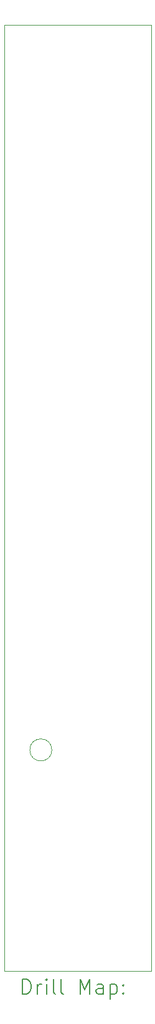
<source format=gbr>
%TF.GenerationSoftware,KiCad,Pcbnew,6.0.7+dfsg-1~bpo11+1*%
%TF.CreationDate,2022-10-26T04:05:08+08:00*%
%TF.ProjectId,MiniDelay v1.0 - Front,4d696e69-4465-46c6-9179-2076312e3020,rev?*%
%TF.SameCoordinates,Original*%
%TF.FileFunction,Drillmap*%
%TF.FilePolarity,Positive*%
%FSLAX45Y45*%
G04 Gerber Fmt 4.5, Leading zero omitted, Abs format (unit mm)*
G04 Created by KiCad (PCBNEW 6.0.7+dfsg-1~bpo11+1) date 2022-10-26 04:05:08*
%MOMM*%
%LPD*%
G01*
G04 APERTURE LIST*
%ADD10C,0.100000*%
%ADD11C,0.200000*%
G04 APERTURE END LIST*
D10*
X10000000Y-4000000D02*
X12000000Y-4000000D01*
X10000000Y-16850000D02*
X10000000Y-4000000D01*
X10650000Y-13850000D02*
G75*
G03*
X10650000Y-13850000I-150000J0D01*
G01*
X12000000Y-16850000D02*
X10000000Y-16850000D01*
X12000000Y-4000000D02*
X12000000Y-16850000D01*
D11*
X10252619Y-17165476D02*
X10252619Y-16965476D01*
X10300238Y-16965476D01*
X10328810Y-16975000D01*
X10347857Y-16994048D01*
X10357381Y-17013095D01*
X10366905Y-17051190D01*
X10366905Y-17079762D01*
X10357381Y-17117857D01*
X10347857Y-17136905D01*
X10328810Y-17155952D01*
X10300238Y-17165476D01*
X10252619Y-17165476D01*
X10452619Y-17165476D02*
X10452619Y-17032143D01*
X10452619Y-17070238D02*
X10462143Y-17051190D01*
X10471667Y-17041667D01*
X10490714Y-17032143D01*
X10509762Y-17032143D01*
X10576429Y-17165476D02*
X10576429Y-17032143D01*
X10576429Y-16965476D02*
X10566905Y-16975000D01*
X10576429Y-16984524D01*
X10585952Y-16975000D01*
X10576429Y-16965476D01*
X10576429Y-16984524D01*
X10700238Y-17165476D02*
X10681190Y-17155952D01*
X10671667Y-17136905D01*
X10671667Y-16965476D01*
X10805000Y-17165476D02*
X10785952Y-17155952D01*
X10776429Y-17136905D01*
X10776429Y-16965476D01*
X11033571Y-17165476D02*
X11033571Y-16965476D01*
X11100238Y-17108333D01*
X11166905Y-16965476D01*
X11166905Y-17165476D01*
X11347857Y-17165476D02*
X11347857Y-17060714D01*
X11338333Y-17041667D01*
X11319286Y-17032143D01*
X11281190Y-17032143D01*
X11262143Y-17041667D01*
X11347857Y-17155952D02*
X11328809Y-17165476D01*
X11281190Y-17165476D01*
X11262143Y-17155952D01*
X11252619Y-17136905D01*
X11252619Y-17117857D01*
X11262143Y-17098810D01*
X11281190Y-17089286D01*
X11328809Y-17089286D01*
X11347857Y-17079762D01*
X11443095Y-17032143D02*
X11443095Y-17232143D01*
X11443095Y-17041667D02*
X11462143Y-17032143D01*
X11500238Y-17032143D01*
X11519286Y-17041667D01*
X11528809Y-17051190D01*
X11538333Y-17070238D01*
X11538333Y-17127381D01*
X11528809Y-17146429D01*
X11519286Y-17155952D01*
X11500238Y-17165476D01*
X11462143Y-17165476D01*
X11443095Y-17155952D01*
X11624048Y-17146429D02*
X11633571Y-17155952D01*
X11624048Y-17165476D01*
X11614524Y-17155952D01*
X11624048Y-17146429D01*
X11624048Y-17165476D01*
X11624048Y-17041667D02*
X11633571Y-17051190D01*
X11624048Y-17060714D01*
X11614524Y-17051190D01*
X11624048Y-17041667D01*
X11624048Y-17060714D01*
M02*

</source>
